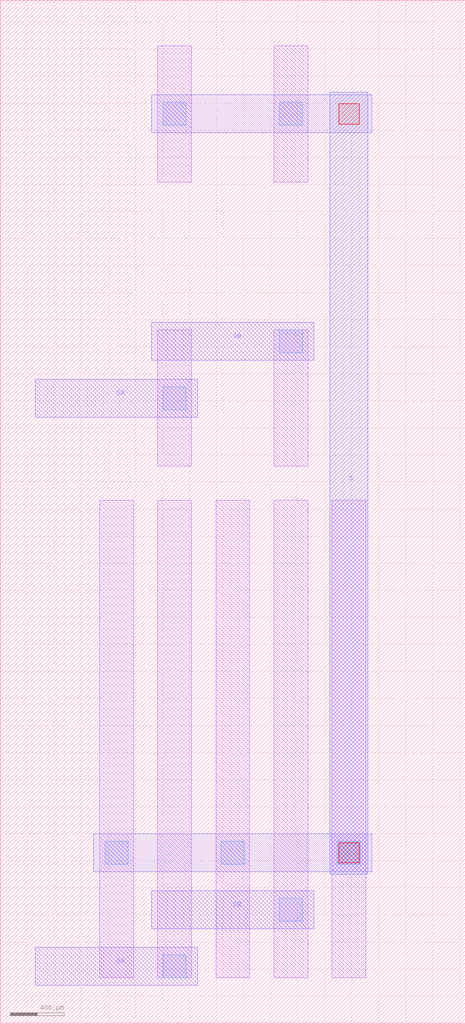
<source format=lef>
MACRO DP_PMOS_83764739_X1_Y1
  UNITS 
    DATABASE MICRONS UNITS 1000;
  END UNITS 
  ORIGIN 0 0 ;
  FOREIGN DP_PMOS_83764739_X1_Y1 0 0 ;
  SIZE 3440 BY 7560 ;
  PIN DA
    DIRECTION INOUT ;
    USE SIGNAL ;
    PORT
      LAYER M2 ;
        RECT 260 280 1460 560 ;
    END
  END DA
  PIN DB
    DIRECTION INOUT ;
    USE SIGNAL ;
    PORT
      LAYER M2 ;
        RECT 1120 700 2320 980 ;
    END
  END DB
  PIN GA
    DIRECTION INOUT ;
    USE SIGNAL ;
    PORT
      LAYER M2 ;
        RECT 260 4480 1460 4760 ;
    END
  END GA
  PIN GB
    DIRECTION INOUT ;
    USE SIGNAL ;
    PORT
      LAYER M2 ;
        RECT 1120 4900 2320 5180 ;
    END
  END GB
  PIN S
    DIRECTION INOUT ;
    USE SIGNAL ;
    PORT
      LAYER M3 ;
        RECT 2440 1100 2720 6880 ;
    END
  END S
  OBS
    LAYER M1 ;
      RECT 1165 335 1415 3865 ;
    LAYER M1 ;
      RECT 1165 4115 1415 5125 ;
    LAYER M1 ;
      RECT 1165 6215 1415 7225 ;
    LAYER M1 ;
      RECT 735 335 985 3865 ;
    LAYER M1 ;
      RECT 1595 335 1845 3865 ;
    LAYER M1 ;
      RECT 2025 335 2275 3865 ;
    LAYER M1 ;
      RECT 2025 4115 2275 5125 ;
    LAYER M1 ;
      RECT 2025 6215 2275 7225 ;
    LAYER M1 ;
      RECT 2455 335 2705 3865 ;
    LAYER M2 ;
      RECT 690 1120 2750 1400 ;
    LAYER M2 ;
      RECT 1120 6580 2750 6860 ;
    LAYER V1 ;
      RECT 1205 335 1375 505 ;
    LAYER V1 ;
      RECT 1205 4535 1375 4705 ;
    LAYER V1 ;
      RECT 1205 6635 1375 6805 ;
    LAYER V1 ;
      RECT 2065 755 2235 925 ;
    LAYER V1 ;
      RECT 2065 4955 2235 5125 ;
    LAYER V1 ;
      RECT 2065 6635 2235 6805 ;
    LAYER V1 ;
      RECT 775 1175 945 1345 ;
    LAYER V1 ;
      RECT 1635 1175 1805 1345 ;
    LAYER V1 ;
      RECT 2495 1175 2665 1345 ;
    LAYER V2 ;
      RECT 2505 1185 2655 1335 ;
    LAYER V2 ;
      RECT 2505 6645 2655 6795 ;
  END
END DP_PMOS_83764739_X1_Y1
MACRO NMOS_S_54129001_X1_Y1
  UNITS 
    DATABASE MICRONS UNITS 1000;
  END UNITS 
  ORIGIN 0 0 ;
  FOREIGN NMOS_S_54129001_X1_Y1 0 0 ;
  SIZE 2580 BY 7560 ;
  PIN D
    DIRECTION INOUT ;
    USE SIGNAL ;
    PORT
      LAYER M2 ;
        RECT 260 280 1460 560 ;
    END
  END D
  PIN G
    DIRECTION INOUT ;
    USE SIGNAL ;
    PORT
      LAYER M2 ;
        RECT 260 4480 1460 4760 ;
    END
  END G
  PIN S
    DIRECTION INOUT ;
    USE SIGNAL ;
    PORT
      LAYER M3 ;
        RECT 1580 680 1860 6880 ;
    END
  END S
  OBS
    LAYER M1 ;
      RECT 1165 335 1415 3865 ;
    LAYER M1 ;
      RECT 1165 4115 1415 5125 ;
    LAYER M1 ;
      RECT 1165 6215 1415 7225 ;
    LAYER M1 ;
      RECT 735 335 985 3865 ;
    LAYER M1 ;
      RECT 1595 335 1845 3865 ;
    LAYER M2 ;
      RECT 690 700 1890 980 ;
    LAYER M2 ;
      RECT 690 6580 1890 6860 ;
    LAYER V1 ;
      RECT 1205 335 1375 505 ;
    LAYER V1 ;
      RECT 1205 4535 1375 4705 ;
    LAYER V1 ;
      RECT 1205 6635 1375 6805 ;
    LAYER V1 ;
      RECT 775 755 945 925 ;
    LAYER V1 ;
      RECT 1635 755 1805 925 ;
    LAYER V2 ;
      RECT 1645 765 1795 915 ;
    LAYER V2 ;
      RECT 1645 6645 1795 6795 ;
  END
END NMOS_S_54129001_X1_Y1
MACRO PMOS_S_95137167_X1_Y1
  UNITS 
    DATABASE MICRONS UNITS 1000;
  END UNITS 
  ORIGIN 0 0 ;
  FOREIGN PMOS_S_95137167_X1_Y1 0 0 ;
  SIZE 2580 BY 7560 ;
  PIN D
    DIRECTION INOUT ;
    USE SIGNAL ;
    PORT
      LAYER M2 ;
        RECT 260 280 1460 560 ;
    END
  END D
  PIN G
    DIRECTION INOUT ;
    USE SIGNAL ;
    PORT
      LAYER M2 ;
        RECT 260 4480 1460 4760 ;
    END
  END G
  PIN S
    DIRECTION INOUT ;
    USE SIGNAL ;
    PORT
      LAYER M3 ;
        RECT 1580 680 1860 6880 ;
    END
  END S
  OBS
    LAYER M1 ;
      RECT 1165 335 1415 3865 ;
    LAYER M1 ;
      RECT 1165 4115 1415 5125 ;
    LAYER M1 ;
      RECT 1165 6215 1415 7225 ;
    LAYER M1 ;
      RECT 735 335 985 3865 ;
    LAYER M1 ;
      RECT 1595 335 1845 3865 ;
    LAYER M2 ;
      RECT 690 700 1890 980 ;
    LAYER M2 ;
      RECT 690 6580 1890 6860 ;
    LAYER V1 ;
      RECT 1205 335 1375 505 ;
    LAYER V1 ;
      RECT 1205 4535 1375 4705 ;
    LAYER V1 ;
      RECT 1205 6635 1375 6805 ;
    LAYER V1 ;
      RECT 775 755 945 925 ;
    LAYER V1 ;
      RECT 1635 755 1805 925 ;
    LAYER V2 ;
      RECT 1645 765 1795 915 ;
    LAYER V2 ;
      RECT 1645 6645 1795 6795 ;
  END
END PMOS_S_95137167_X1_Y1

</source>
